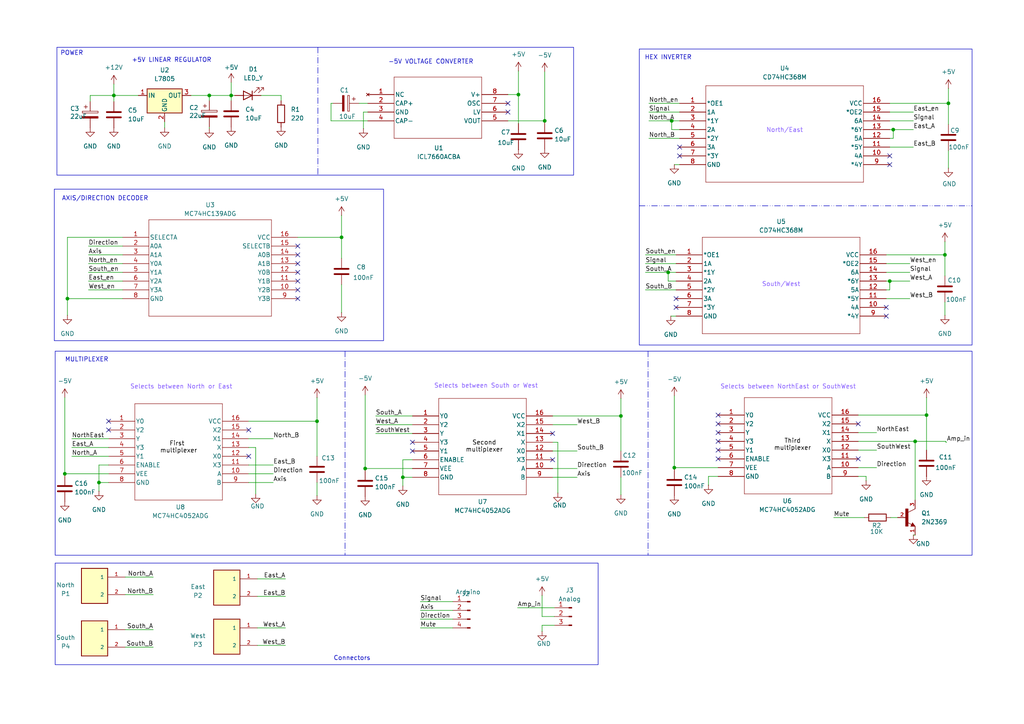
<source format=kicad_sch>
(kicad_sch (version 20231120) (generator "eeschema") (generator_version "8.0")
  (paper "A4")
  (title_block (title "2D Digital Board") (date "2024-10-18") (rev "V1.0") (company "University of Cape Town") (comment 1 "@Author Dylan Kuming"))
  (lib_symbols
    (symbol "0022272021:0022272021" (pin_names (offset 1.016))
      (property "Reference" "P" (at 0 5.086 0))
      (property "Value" "0022272021" (at 0 -7.624 0))
      (symbol "0022272021_0_0"
        (rectangle (start 0 -5.08) (end 7.62 5.08) (stroke (width 0.254)) (fill (type background)))
        (pin passive line (at -5.08 2.54 0) (length 5.08) (name "1") (number "1"))
        (pin passive line (at -5.08 -2.54 0) (length 5.08) (name "2") (number "2"))
      )
    )
    (symbol "2024-08-03_09-29-17:CD74HC368M" (pin_names (offset 0.254))
      (property "Reference" "U" (at 30.48 10.16 0))
      (property "Value" "CD74HC368M" (at 30.48 7.62 0))
      (symbol "CD74HC368M_0_1"
        (polyline (pts (xy 7.62 -22.86) (xy 53.34 -22.86)) (stroke (width 0.127)))
        (polyline (pts (xy 7.62 5.08) (xy 7.62 -22.86)) (stroke (width 0.127)))
        (polyline (pts (xy 53.34 -22.86) (xy 53.34 5.08)) (stroke (width 0.127)))
        (polyline (pts (xy 53.34 5.08) (xy 7.62 5.08)) (stroke (width 0.127)))
        (pin input line (at 0 0 0) (length 7.62) (name "*OE1") (number "1"))
        (pin input line (at 60.96 -15.24 180) (length 7.62) (name "4A") (number "10"))
        (pin output line (at 60.96 -12.7 180) (length 7.62) (name "*5Y") (number "11"))
        (pin input line (at 60.96 -10.16 180) (length 7.62) (name "5A") (number "12"))
        (pin output line (at 60.96 -7.62 180) (length 7.62) (name "*6Y") (number "13"))
        (pin input line (at 60.96 -5.08 180) (length 7.62) (name "6A") (number "14"))
        (pin input line (at 60.96 -2.54 180) (length 7.62) (name "*OE2") (number "15"))
        (pin power_in line (at 60.96 0 180) (length 7.62) (name "VCC") (number "16"))
        (pin input line (at 0 -2.54 0) (length 7.62) (name "1A") (number "2"))
        (pin output line (at 0 -5.08 0) (length 7.62) (name "*1Y") (number "3"))
        (pin input line (at 0 -7.62 0) (length 7.62) (name "2A") (number "4"))
        (pin output line (at 0 -10.16 0) (length 7.62) (name "*2Y") (number "5"))
        (pin input line (at 0 -12.7 0) (length 7.62) (name "3A") (number "6"))
        (pin output line (at 0 -15.24 0) (length 7.62) (name "*3Y") (number "7"))
        (pin power_in line (at 0 -17.78 0) (length 7.62) (name "GND") (number "8"))
        (pin output line (at 60.96 -17.78 180) (length 7.62) (name "*4Y") (number "9"))
      )
    )
    (symbol "2024-08-03_09-30-36:MC74HC4052ADG" (pin_names (offset 0.254))
      (property "Reference" "U" (at 20.32 10.16 0))
      (property "Value" "MC74HC4052ADG" (at 20.32 7.62 0))
      (symbol "MC74HC4052ADG_0_1"
        (polyline (pts (xy 7.62 -22.86) (xy 33.02 -22.86)) (stroke (width 0.127)))
        (polyline (pts (xy 7.62 5.08) (xy 7.62 -22.86)) (stroke (width 0.127)))
        (polyline (pts (xy 33.02 -22.86) (xy 33.02 5.08)) (stroke (width 0.127)))
        (polyline (pts (xy 33.02 5.08) (xy 7.62 5.08)) (stroke (width 0.127)))
        (pin output line (at 0 0 0) (length 7.62) (name "Y0") (number "1"))
        (pin input line (at 40.64 -15.24 180) (length 7.62) (name "A") (number "10"))
        (pin output line (at 40.64 -12.7 180) (length 7.62) (name "X3") (number "11"))
        (pin output line (at 40.64 -10.16 180) (length 7.62) (name "X0") (number "12"))
        (pin output line (at 40.64 -7.62 180) (length 7.62) (name "X") (number "13"))
        (pin output line (at 40.64 -5.08 180) (length 7.62) (name "X1") (number "14"))
        (pin output line (at 40.64 -2.54 180) (length 7.62) (name "X2") (number "15"))
        (pin power_in line (at 40.64 0 180) (length 7.62) (name "VCC") (number "16"))
        (pin output line (at 0 -2.54 0) (length 7.62) (name "Y2") (number "2"))
        (pin output line (at 0 -5.08 0) (length 7.62) (name "Y") (number "3"))
        (pin output line (at 0 -7.62 0) (length 7.62) (name "Y3") (number "4"))
        (pin output line (at 0 -10.16 0) (length 7.62) (name "Y1") (number "5"))
        (pin input line (at 0 -12.7 0) (length 7.62) (name "ENABLE") (number "6"))
        (pin power_in line (at 0 -15.24 0) (length 7.62) (name "VEE") (number "7"))
        (pin power_in line (at 0 -17.78 0) (length 7.62) (name "GND") (number "8"))
        (pin input line (at 40.64 -17.78 180) (length 7.62) (name "B") (number "9"))
      )
    )
    (symbol "2024-08-03_09-31-21:MC74HC139ADG" (pin_names (offset 0.254))
      (property "Reference" "U" (at 25.4 10.16 0))
      (property "Value" "MC74HC139ADG" (at 25.4 7.62 0))
      (symbol "MC74HC139ADG_0_1"
        (polyline (pts (xy 7.62 -22.86) (xy 43.18 -22.86)) (stroke (width 0.127)))
        (polyline (pts (xy 7.62 5.08) (xy 7.62 -22.86)) (stroke (width 0.127)))
        (polyline (pts (xy 43.18 -22.86) (xy 43.18 5.08)) (stroke (width 0.127)))
        (polyline (pts (xy 43.18 5.08) (xy 7.62 5.08)) (stroke (width 0.127)))
        (pin input line (at 0 0 0) (length 7.62) (name "SELECTA") (number "1"))
        (pin output line (at 50.8 -15.24 180) (length 7.62) (name "Y2B") (number "10"))
        (pin output line (at 50.8 -12.7 180) (length 7.62) (name "Y1B") (number "11"))
        (pin output line (at 50.8 -10.16 180) (length 7.62) (name "Y0B") (number "12"))
        (pin input line (at 50.8 -7.62 180) (length 7.62) (name "A1B") (number "13"))
        (pin input line (at 50.8 -5.08 180) (length 7.62) (name "A0B") (number "14"))
        (pin input line (at 50.8 -2.54 180) (length 7.62) (name "SELECTB") (number "15"))
        (pin power_in line (at 50.8 0 180) (length 7.62) (name "VCC") (number "16"))
        (pin input line (at 0 -2.54 0) (length 7.62) (name "A0A") (number "2"))
        (pin input line (at 0 -5.08 0) (length 7.62) (name "A1A") (number "3"))
        (pin output line (at 0 -7.62 0) (length 7.62) (name "Y0A") (number "4"))
        (pin output line (at 0 -10.16 0) (length 7.62) (name "Y1A") (number "5"))
        (pin output line (at 0 -12.7 0) (length 7.62) (name "Y2A") (number "6"))
        (pin output line (at 0 -15.24 0) (length 7.62) (name "Y3A") (number "7"))
        (pin power_in line (at 0 -17.78 0) (length 7.62) (name "GND") (number "8"))
        (pin output line (at 50.8 -17.78 180) (length 7.62) (name "Y3B") (number "9"))
      )
    )
    (symbol "2024-08-03_09-40-07:ICL7660ACBA" (pin_names (offset 0.254))
      (property "Reference" "U" (at 20.32 10.16 0))
      (property "Value" "ICL7660ACBA" (at 20.32 7.62 0))
      (symbol "ICL7660ACBA_0_1"
        (polyline (pts (xy 7.62 -12.7) (xy 33.02 -12.7)) (stroke (width 0.127)))
        (polyline (pts (xy 7.62 5.08) (xy 7.62 -12.7)) (stroke (width 0.127)))
        (polyline (pts (xy 33.02 -12.7) (xy 33.02 5.08)) (stroke (width 0.127)))
        (polyline (pts (xy 33.02 5.08) (xy 7.62 5.08)) (stroke (width 0.127)))
        (pin no_connect line (at 0 0 0) (length 7.62) (name "NC") (number "1"))
        (pin unspecified line (at 0 -2.54 0) (length 7.62) (name "CAP+") (number "2"))
        (pin power_in line (at 0 -5.08 0) (length 7.62) (name "GND") (number "3"))
        (pin unspecified line (at 0 -7.62 0) (length 7.62) (name "CAP-") (number "4"))
        (pin output line (at 40.64 -7.62 180) (length 7.62) (name "VOUT") (number "5"))
        (pin unspecified line (at 40.64 -5.08 180) (length 7.62) (name "LV") (number "6"))
        (pin unspecified line (at 40.64 -2.54 180) (length 7.62) (name "OSC") (number "7"))
        (pin power_in line (at 40.64 0 180) (length 7.62) (name "V+") (number "8"))
      )
    )
    (symbol "2N2369:2N2369" (pin_names (offset 1.016))
      (property "Reference" "Q" (at 2.54 0.508 0))
      (property "Value" "2N2369" (at 2.54 -0.508 0))
      (symbol "2N2369_0_0"
        (rectangle (start -0.254 -2.54) (end 0.508 2.54) (stroke (width 0.1)) (fill (type outline)))
        (polyline (pts (xy 1.27 -2.54) (xy 1.778 -1.524)) (stroke (width 0.1524)))
        (polyline (pts (xy 1.524 -2.413) (xy 2.286 -2.413)) (stroke (width 0.254)))
        (polyline (pts (xy 1.524 -2.286) (xy 1.905 -2.286)) (stroke (width 0.254)))
        (polyline (pts (xy 1.54 -2.04) (xy 0.308 -1.424)) (stroke (width 0.1524)))
        (polyline (pts (xy 1.778 -1.778) (xy 1.524 -2.286)) (stroke (width 0.254)))
        (polyline (pts (xy 1.778 -1.524) (xy 2.54 -2.54)) (stroke (width 0.1524)))
        (polyline (pts (xy 1.905 -2.286) (xy 1.778 -2.032)) (stroke (width 0.254)))
        (polyline (pts (xy 2.286 -2.413) (xy 1.778 -1.778)) (stroke (width 0.254)))
        (polyline (pts (xy 2.54 -2.54) (xy 1.27 -2.54)) (stroke (width 0.1524)))
        (polyline (pts (xy 2.54 2.54) (xy 0.508 1.524)) (stroke (width 0.1524)))
        (pin passive line (at 2.54 -5.08 90) (length 2.54) (name "~") (number "1"))
        (pin passive line (at -2.54 0 0) (length 2.54) (name "~") (number "2"))
        (pin passive line (at 2.54 5.08 270) (length 2.54) (name "~") (number "3"))
      )
    )
    (symbol "Connector:Conn_01x03_Pin" (pin_names (offset 1.016) hide)
      (property "Reference" "J" (at 0 5.08 0))
      (property "Value" "Conn_01x03_Pin" (at 0 -5.08 0))
      (symbol "Conn_01x03_Pin_1_1"
        (polyline (pts (xy 1.27 -2.54) (xy 0.8636 -2.54)) (stroke (width 0.1524)))
        (polyline (pts (xy 1.27 0) (xy 0.8636 0)) (stroke (width 0.1524)))
        (polyline (pts (xy 1.27 2.54) (xy 0.8636 2.54)) (stroke (width 0.1524)))
        (rectangle (start 0.8636 -2.413) (end 0 -2.667) (stroke (width 0.1524)) (fill (type outline)))
        (rectangle (start 0.8636 0.127) (end 0 -0.127) (stroke (width 0.1524)) (fill (type outline)))
        (rectangle (start 0.8636 2.667) (end 0 2.413) (stroke (width 0.1524)) (fill (type outline)))
        (pin passive line (at 5.08 2.54 180) (length 3.81) (name "Pin_1") (number "1"))
        (pin passive line (at 5.08 0 180) (length 3.81) (name "Pin_2") (number "2"))
        (pin passive line (at 5.08 -2.54 180) (length 3.81) (name "Pin_3") (number "3"))
      )
    )
    (symbol "Connector:Conn_01x04_Pin" (pin_names (offset 1.016) hide)
      (property "Reference" "J" (at 0 5.08 0))
      (property "Value" "Conn_01x04_Pin" (at 0 -7.62 0))
      (symbol "Conn_01x04_Pin_1_1"
        (polyline (pts (xy 1.27 -5.08) (xy 0.8636 -5.08)) (stroke (width 0.1524)))
        (polyline (pts (xy 1.27 -2.54) (xy 0.8636 -2.54)) (stroke (width 0.1524)))
        (polyline (pts (xy 1.27 0) (xy 0.8636 0)) (stroke (width 0.1524)))
        (polyline (pts (xy 1.27 2.54) (xy 0.8636 2.54)) (stroke (width 0.1524)))
        (rectangle (start 0.8636 -4.953) (end 0 -5.207) (stroke (width 0.1524)) (fill (type outline)))
        (rectangle (start 0.8636 -2.413) (end 0 -2.667) (stroke (width 0.1524)) (fill (type outline)))
        (rectangle (start 0.8636 0.127) (end 0 -0.127) (stroke (width 0.1524)) (fill (type outline)))
        (rectangle (start 0.8636 2.667) (end 0 2.413) (stroke (width 0.1524)) (fill (type outline)))
        (pin passive line (at 5.08 2.54 180) (length 3.81) (name "Pin_1") (number "1"))
        (pin passive line (at 5.08 0 180) (length 3.81) (name "Pin_2") (number "2"))
        (pin passive line (at 5.08 -2.54 180) (length 3.81) (name "Pin_3") (number "3"))
        (pin passive line (at 5.08 -5.08 180) (length 3.81) (name "Pin_4") (number "4"))
      )
    )
    (symbol "Device:C" (pin_numbers hide) (pin_names (offset 0.254))
      (property "Reference" "C" (at 0.635 2.54 0))
      (property "Value" "C" (at 0.635 -2.54 0))
      (symbol "C_0_1"
        (polyline (pts (xy -2.032 -0.762) (xy 2.032 -0.762)) (stroke (width 0.508)))
        (polyline (pts (xy -2.032 0.762) (xy 2.032 0.762)) (stroke (width 0.508)))
      )
      (symbol "C_1_1"
        (pin passive line (at 0 3.81 270) (length 2.794) (name "~") (number "1"))
        (pin passive line (at 0 -3.81 90) (length 2.794) (name "~") (number "2"))
      )
    )
    (symbol "Device:C_Polarized" (pin_numbers hide) (pin_names (offset 0.254))
      (property "Reference" "C" (at 0.635 2.54 0))
      (property "Value" "C_Polarized" (at 0.635 -2.54 0))
      (symbol "C_Polarized_0_1"
        (rectangle (start -2.286 0.508) (end 2.286 1.016))
        (polyline (pts (xy -1.778 2.286) (xy -0.762 2.286)))
        (polyline (pts (xy -1.27 2.794) (xy -1.27 1.778)))
        (rectangle (start 2.286 -0.508) (end -2.286 -1.016) (fill (type outline)))
      )
      (symbol "C_Polarized_1_1"
        (pin passive line (at 0 3.81 270) (length 2.794) (name "~") (number "1"))
        (pin passive line (at 0 -3.81 90) (length 2.794) (name "~") (number "2"))
      )
    )
    (symbol "Device:LED" (pin_numbers hide) (pin_names (offset 1.016) hide)
      (property "Reference" "D" (at 0 2.54 0))
      (property "Value" "LED" (at 0 -2.54 0))
      (symbol "LED_0_1"
        (polyline (pts (xy -1.27 -1.27) (xy -1.27 1.27)) (stroke (width 0.254)))
        (polyline (pts (xy -1.27 0) (xy 1.27 0)))
        (polyline (pts (xy 1.27 -1.27) (xy 1.27 1.27) (xy -1.27 0) (xy 1.27 -1.27)) (stroke (width 0.254)))
        (polyline (pts (xy -3.048 -0.762) (xy -4.572 -2.286) (xy -3.81 -2.286) (xy -4.572 -2.286) (xy -4.572 -1.524)))
        (polyline (pts (xy -1.778 -0.762) (xy -3.302 -2.286) (xy -2.54 -2.286) (xy -3.302 -2.286) (xy -3.302 -1.524)))
      )
      (symbol "LED_1_1"
        (pin passive line (at -3.81 0 0) (length 2.54) (name "K") (number "1"))
        (pin passive line (at 3.81 0 180) (length 2.54) (name "A") (number "2"))
      )
    )
    (symbol "Device:R" (pin_numbers hide) (pin_names (offset 0))
      (property "Reference" "R" (at 2.032 0 90))
      (property "Value" "R" (at 0 0 90))
      (symbol "R_0_1"
        (rectangle (start -1.016 -2.54) (end 1.016 2.54) (stroke (width 0.254)))
      )
      (symbol "R_1_1"
        (pin passive line (at 0 3.81 270) (length 1.27) (name "~") (number "1"))
        (pin passive line (at 0 -3.81 90) (length 1.27) (name "~") (number "2"))
      )
    )
    (symbol "Regulator_Linear:L7805" (pin_names (offset 0.254))
      (property "Reference" "U" (at -3.81 3.175 0))
      (property "Value" "L7805" (at 0 3.175 0))
      (symbol "L7805_0_1"
        (rectangle (start -5.08 1.905) (end 5.08 -5.08) (stroke (width 0.254)) (fill (type background)))
      )
      (symbol "L7805_1_1"
        (pin power_in line (at -7.62 0 0) (length 2.54) (name "IN") (number "1"))
        (pin power_in line (at 0 -7.62 90) (length 2.54) (name "GND") (number "2"))
        (pin power_out line (at 7.62 0 180) (length 2.54) (name "OUT") (number "3"))
      )
    )
    (symbol "power:+12V" (power) (pin_numbers hide) (pin_names (offset 0) hide)
      (property "Value" "+12V" (at 0 3.556 0))
      (symbol "+12V_0_1"
        (polyline (pts (xy -0.762 1.27) (xy 0 2.54)))
        (polyline (pts (xy 0 0) (xy 0 2.54)))
        (polyline (pts (xy 0 2.54) (xy 0.762 1.27)))
      )
      (symbol "+12V_1_1"
        (pin power_in line (at 0 0 90) (length 0) (name "~") (number "1"))
      )
    )
    (symbol "power:GND" (power) (pin_numbers hide) (pin_names (offset 0) hide)
      (property "Value" "GND" (at 0 -3.81 0))
      (symbol "GND_0_1"
        (polyline (pts (xy 0 0) (xy 0 -1.27) (xy 1.27 -1.27) (xy 0 -2.54) (xy -1.27 -1.27) (xy 0 -1.27)))
      )
      (symbol "GND_1_1"
        (pin power_in line (at 0 0 270) (length 0) (name "~") (number "1"))
      )
    )
    (symbol "power:VCC" (power) (pin_numbers hide) (pin_names (offset 0) hide)
      (property "Value" "VCC" (at 0 3.556 0))
      (symbol "VCC_0_1"
        (polyline (pts (xy -0.762 1.27) (xy 0 2.54)))
        (polyline (pts (xy 0 0) (xy 0 2.54)))
        (polyline (pts (xy 0 2.54) (xy 0.762 1.27)))
      )
      (symbol "VCC_1_1"
        (pin power_in line (at 0 0 90) (length 0) (name "~") (number "1"))
      )
    )
  )
  (junction (at 195.58 135.636))
  (junction (at 274.066 73.914))
  (junction (at 99.06 68.834))
  (junction (at 194.818 35.052))
  (junction (at 265.43 128.016))
  (junction (at 275.082 29.972))
  (junction (at 18.796 137.414))
  (junction (at 193.802 78.994))
  (junction (at 60.706 27.686))
  (junction (at 91.948 122.174))
  (junction (at 150.368 27.432))
  (junction (at 268.732 120.396))
  (junction (at 33.02 27.686))
  (junction (at 67.056 27.686))
  (junction (at 116.84 138.43))
  (junction (at 258.064 81.534))
  (junction (at 259.08 37.592))
  (junction (at 19.558 86.614))
  (junction (at 28.702 139.954))
  (junction (at 157.988 35.052))
  (junction (at 105.918 135.89))
  (junction (at 180.086 120.65))
  (no_connect (at 208.28 120.396))
  (no_connect (at 86.36 78.994))
  (no_connect (at 257.048 89.154))
  (no_connect (at 248.92 133.096))
  (no_connect (at 86.36 84.074))
  (no_connect (at 197.104 45.212))
  (no_connect (at 208.28 125.476))
  (no_connect (at 119.634 128.27))
  (no_connect (at 160.274 133.35))
  (no_connect (at 86.36 73.914))
  (no_connect (at 257.048 91.694))
  (no_connect (at 196.088 86.614))
  (no_connect (at 196.088 89.154))
  (no_connect (at 86.36 76.454))
  (no_connect (at 86.36 81.534))
  (no_connect (at 86.36 86.614))
  (no_connect (at 208.28 130.556))
  (no_connect (at 72.136 132.334))
  (no_connect (at 248.92 122.936))
  (no_connect (at 147.32 29.972))
  (no_connect (at 72.136 124.714))
  (no_connect (at 86.36 71.374))
  (no_connect (at 197.104 42.672))
  (no_connect (at 208.28 133.096))
  (no_connect (at 119.634 130.81))
  (no_connect (at 147.32 32.512))
  (no_connect (at 208.28 128.016))
  (no_connect (at 258.064 47.752))
  (no_connect (at 208.28 122.936))
  (no_connect (at 31.496 122.174))
  (no_connect (at 31.496 124.714))
  (no_connect (at 160.274 125.73))
  (no_connect (at 258.064 45.212))
  (wire (pts (xy 105.41 32.512) (xy 106.68 32.512)))
  (polyline (pts (xy 92.202 13.716) (xy 92.202 50.8)) (stroke (width 0) (type dash_dot)))
  (wire (pts (xy 265.43 128.016) (xy 265.43 145.034)))
  (wire (pts (xy 251.206 139.446) (xy 251.206 138.176)))
  (wire (pts (xy 20.828 132.334) (xy 31.496 132.334)))
  (wire (pts (xy 188.214 29.972) (xy 197.104 29.972)))
  (wire (pts (xy 25.654 73.914) (xy 35.56 73.914)))
  (wire (pts (xy 25.654 76.454) (xy 35.56 76.454)))
  (wire (pts (xy 72.136 134.874) (xy 79.248 134.874)))
  (wire (pts (xy 67.056 27.686) (xy 67.056 29.21)))
  (wire (pts (xy 105.41 37.338) (xy 105.41 32.512)))
  (wire (pts (xy 265.43 128.016) (xy 248.92 128.016)))
  (wire (pts (xy 160.274 120.65) (xy 180.086 120.65)))
  (wire (pts (xy 72.136 139.954) (xy 79.248 139.954)))
  (wire (pts (xy 96.012 29.972) (xy 96.012 35.052)))
  (wire (pts (xy 60.706 27.686) (xy 67.056 27.686)))
  (wire (pts (xy 258.064 35.052) (xy 264.922 35.052)))
  (wire (pts (xy 91.948 115.316) (xy 91.948 122.174)))
  (wire (pts (xy 33.02 27.686) (xy 33.02 29.464)))
  (wire (pts (xy 96.012 35.052) (xy 106.68 35.052)))
  (wire (pts (xy 116.84 133.35) (xy 119.634 133.35)))
  (wire (pts (xy 248.92 130.556) (xy 254.254 130.556)))
  (wire (pts (xy 268.732 120.396) (xy 268.732 130.556)))
  (wire (pts (xy 257.048 84.074) (xy 258.064 84.074)))
  (wire (pts (xy 161.798 128.27) (xy 160.274 128.27)))
  (wire (pts (xy 180.086 120.65) (xy 180.086 130.81)))
  (wire (pts (xy 81.534 27.686) (xy 81.534 29.21)))
  (wire (pts (xy 105.918 135.89) (xy 119.634 135.89)))
  (wire (pts (xy 108.966 125.73) (xy 119.634 125.73)))
  (wire (pts (xy 121.92 179.578) (xy 131.318 179.578)))
  (wire (pts (xy 20.828 127.254) (xy 31.496 127.254)))
  (wire (pts (xy 104.14 29.972) (xy 106.68 29.972)))
  (wire (pts (xy 194.818 37.592) (xy 194.818 35.052)))
  (wire (pts (xy 160.274 138.43) (xy 167.386 138.43)))
  (wire (pts (xy 19.558 86.614) (xy 19.558 91.44)))
  (wire (pts (xy 82.804 172.974) (xy 74.676 172.974)))
  (wire (pts (xy 28.702 139.954) (xy 31.496 139.954)))
  (wire (pts (xy 274.32 128.27) (xy 274.574 128.27)))
  (wire (pts (xy 20.828 129.794) (xy 31.496 129.794)))
  (wire (pts (xy 275.082 48.768) (xy 275.082 43.688)))
  (wire (pts (xy 74.168 129.794) (xy 72.136 129.794)))
  (wire (pts (xy 188.214 35.052) (xy 194.818 35.052)))
  (wire (pts (xy 18.796 137.414) (xy 18.796 137.922)))
  (wire (pts (xy 116.84 133.35) (xy 116.84 138.43)))
  (wire (pts (xy 31.496 134.874) (xy 28.702 134.874)))
  (wire (pts (xy 99.06 90.678) (xy 99.06 82.55)))
  (wire (pts (xy 195.58 135.636) (xy 195.58 136.144)))
  (wire (pts (xy 160.274 135.89) (xy 167.386 135.89)))
  (wire (pts (xy 160.274 130.81) (xy 167.386 130.81)))
  (wire (pts (xy 35.56 68.834) (xy 19.558 68.834)))
  (wire (pts (xy 150.368 27.432) (xy 147.32 27.432)))
  (wire (pts (xy 26.162 29.464) (xy 26.162 27.686)))
  (wire (pts (xy 274.066 91.44) (xy 274.066 87.63)))
  (wire (pts (xy 187.198 84.074) (xy 196.088 84.074)))
  (wire (pts (xy 19.558 86.614) (xy 35.56 86.614)))
  (wire (pts (xy 194.564 91.694) (xy 196.088 91.694)))
  (wire (pts (xy 248.92 125.476) (xy 254.254 125.476)))
  (wire (pts (xy 67.056 23.876) (xy 67.056 27.686)))
  (wire (pts (xy 275.082 25.654) (xy 275.082 29.972)))
  (wire (pts (xy 99.06 68.834) (xy 99.06 74.93)))
  (wire (pts (xy 82.804 187.198) (xy 74.676 187.198)))
  (wire (pts (xy 257.048 76.454) (xy 263.906 76.454)))
  (wire (pts (xy 258.064 81.534) (xy 263.906 81.534)))
  (wire (pts (xy 60.706 37.338) (xy 60.706 36.83)))
  (wire (pts (xy 180.086 115.57) (xy 180.086 120.65)))
  (wire (pts (xy 197.104 37.592) (xy 194.818 37.592)))
  (wire (pts (xy 18.796 137.414) (xy 31.496 137.414)))
  (wire (pts (xy 157.226 172.72) (xy 157.226 178.816)))
  (wire (pts (xy 55.372 27.686) (xy 60.706 27.686)))
  (wire (pts (xy 248.92 135.636) (xy 254.254 135.636)))
  (wire (pts (xy 259.08 40.132) (xy 259.08 37.592)))
  (wire (pts (xy 275.082 29.972) (xy 275.082 36.068)))
  (wire (pts (xy 33.02 27.686) (xy 40.132 27.686)))
  (wire (pts (xy 44.45 167.386) (xy 36.322 167.386)))
  (wire (pts (xy 193.802 78.994) (xy 196.088 78.994)))
  (wire (pts (xy 150.368 27.432) (xy 150.368 35.814)))
  (wire (pts (xy 82.804 167.894) (xy 74.676 167.894)))
  (wire (pts (xy 91.948 122.174) (xy 91.948 132.334)))
  (wire (pts (xy 116.84 138.43) (xy 119.634 138.43)))
  (wire (pts (xy 265.43 155.194) (xy 264.922 155.194)))
  (wire (pts (xy 150.368 20.574) (xy 150.368 27.432)))
  (polyline (pts (xy 185.42 59.69) (xy 281.94 59.69)) (stroke (width 0) (type dash_dot_dot)))
  (wire (pts (xy 44.45 182.626) (xy 36.322 182.626)))
  (wire (pts (xy 161.798 128.27) (xy 161.798 143.002)))
  (wire (pts (xy 26.162 27.686) (xy 33.02 27.686)))
  (wire (pts (xy 75.692 27.686) (xy 81.534 27.686)))
  (wire (pts (xy 28.702 139.954) (xy 28.702 142.494)))
  (wire (pts (xy 187.198 76.454) (xy 196.088 76.454)))
  (wire (pts (xy 205.486 138.176) (xy 208.28 138.176)))
  (wire (pts (xy 96.52 29.972) (xy 96.012 29.972)))
  (wire (pts (xy 188.214 40.132) (xy 197.104 40.132)))
  (wire (pts (xy 274.066 70.104) (xy 274.066 73.914)))
  (wire (pts (xy 47.752 35.306) (xy 47.752 37.084)))
  (wire (pts (xy 25.654 84.074) (xy 35.56 84.074)))
  (wire (pts (xy 187.198 73.914) (xy 196.088 73.914)))
  (wire (pts (xy 60.706 27.686) (xy 60.706 29.21)))
  (wire (pts (xy 258.064 32.512) (xy 264.922 32.512)))
  (wire (pts (xy 188.214 32.512) (xy 197.104 32.512)))
  (wire (pts (xy 25.654 78.994) (xy 35.56 78.994)))
  (wire (pts (xy 18.796 115.316) (xy 18.796 137.414)))
  (wire (pts (xy 72.136 137.414) (xy 79.248 137.414)))
  (wire (pts (xy 268.732 115.316) (xy 268.732 120.396)))
  (wire (pts (xy 196.088 81.534) (xy 193.802 81.534)))
  (wire (pts (xy 105.918 135.89) (xy 105.918 136.398)))
  (wire (pts (xy 241.808 150.114) (xy 250.698 150.114)))
  (wire (pts (xy 157.226 181.356) (xy 160.782 181.356)))
  (wire (pts (xy 121.92 177.038) (xy 131.318 177.038)))
  (wire (pts (xy 105.918 114.554) (xy 105.918 135.89)))
  (wire (pts (xy 44.45 172.466) (xy 36.322 172.466)))
  (wire (pts (xy 157.988 20.828) (xy 157.988 35.052)))
  (wire (pts (xy 160.274 123.19) (xy 167.386 123.19)))
  (wire (pts (xy 258.064 37.592) (xy 259.08 37.592)))
  (wire (pts (xy 257.048 78.994) (xy 263.906 78.994)))
  (wire (pts (xy 251.206 138.176) (xy 248.92 138.176)))
  (wire (pts (xy 257.048 81.534) (xy 258.064 81.534)))
  (wire (pts (xy 25.654 81.534) (xy 35.56 81.534)))
  (wire (pts (xy 74.168 143.256) (xy 74.168 129.794)))
  (wire (pts (xy 274.32 128.27) (xy 274.32 128.016)))
  (wire (pts (xy 72.136 127.254) (xy 79.248 127.254)))
  (wire (pts (xy 44.45 187.706) (xy 36.322 187.706)))
  (wire (pts (xy 187.198 78.994) (xy 193.802 78.994)))
  (wire (pts (xy 258.318 150.114) (xy 260.35 150.114)))
  (wire (pts (xy 274.066 73.914) (xy 274.066 80.01)))
  (wire (pts (xy 258.064 29.972) (xy 275.082 29.972)))
  (wire (pts (xy 121.92 182.118) (xy 131.318 182.118)))
  (wire (pts (xy 195.58 47.752) (xy 197.104 47.752)))
  (wire (pts (xy 91.948 143.764) (xy 91.948 139.954)))
  (wire (pts (xy 147.32 35.052) (xy 157.988 35.052)))
  (wire (pts (xy 86.36 68.834) (xy 99.06 68.834)))
  (wire (pts (xy 258.064 42.672) (xy 264.922 42.672)))
  (wire (pts (xy 257.048 73.914) (xy 274.066 73.914)))
  (polyline (pts (xy 187.96 101.854) (xy 187.96 161.036)) (stroke (width 0) (type dash_dot)))
  (wire (pts (xy 108.966 123.19) (xy 119.634 123.19)))
  (wire (pts (xy 248.92 120.396) (xy 268.732 120.396)))
  (wire (pts (xy 19.558 68.834) (xy 19.558 86.614)))
  (wire (pts (xy 157.226 183.134) (xy 157.226 181.356)))
  (wire (pts (xy 258.064 84.074) (xy 258.064 81.534)))
  (wire (pts (xy 258.064 40.132) (xy 259.08 40.132)))
  (wire (pts (xy 99.06 62.484) (xy 99.06 68.834)))
  (wire (pts (xy 180.086 138.43) (xy 180.086 143.51)))
  (wire (pts (xy 195.58 114.808) (xy 195.58 135.636)))
  (wire (pts (xy 67.056 27.686) (xy 68.072 27.686)))
  (wire (pts (xy 257.048 86.614) (xy 263.906 86.614)))
  (wire (pts (xy 72.136 122.174) (xy 91.948 122.174)))
  (polyline (pts (xy 100.076 101.854) (xy 100.076 161.036)) (stroke (width 0) (type dash_dot)))
  (wire (pts (xy 157.988 35.052) (xy 157.988 35.56)))
  (wire (pts (xy 259.08 37.592) (xy 264.922 37.592)))
  (wire (pts (xy 82.804 182.118) (xy 74.676 182.118)))
  (wire (pts (xy 194.818 35.052) (xy 197.104 35.052)))
  (wire (pts (xy 25.654 71.374) (xy 35.56 71.374)))
  (wire (pts (xy 205.486 138.176) (xy 205.486 140.716)))
  (wire (pts (xy 195.58 135.636) (xy 208.28 135.636)))
  (wire (pts (xy 28.702 134.874) (xy 28.702 139.954)))
  (wire (pts (xy 121.92 174.498) (xy 131.318 174.498)))
  (wire (pts (xy 274.32 128.016) (xy 265.43 128.016)))
  (wire (pts (xy 157.226 178.816) (xy 160.782 178.816)))
  (wire (pts (xy 108.966 120.65) (xy 119.634 120.65)))
  (wire (pts (xy 193.802 81.534) (xy 193.802 78.994)))
  (wire (pts (xy 116.84 138.43) (xy 116.84 140.97)))
  (wire (pts (xy 33.02 24.384) (xy 33.02 27.686)))
  (wire (pts (xy 150.114 176.276) (xy 160.782 176.276)))
  (rectangle (start 15.748 54.864) (end 111.252 98.806))
  (rectangle (start 16.51 13.716) (end 166.37 50.8))
  (rectangle (start 16.002 163.322) (end 173.482 192.786))
  (rectangle (start 16.002 101.854) (end 281.94 161.036))
  (rectangle (start 185.42 14.224) (end 281.94 100.076))
  (text "Selects between South or West\n" (at 140.97 112.014 0) (effects (font (size 1.27 1.27))))
  (text "POWER\n" (at 20.828 15.494 0) (effects (font (size 1.27 1.27))))
  (text "HEX INVERTER\n" (at 193.802 16.764 0) (effects (font (size 1.27 1.27))))
  (text "South/West\n" (at 226.568 82.55 0) (effects (font (size 1.27 1.27))))
  (text "Connectors\n\n" (at 102.108 192.024 0) (effects (font (size 1.27 1.27))))
  (text "North/East\n" (at 227.584 37.846 0) (effects (font (size 1.27 1.27))))
  (text "-5V VOLTAGE CONVERTER\n\n" (at 124.968 19.05 0) (effects (font (size 1.27 1.27))))
  (text "Third\nmultiplexer" (at 229.87 129.032 0) (effects (font (size 1.27 1.27))))
  (text "First \nmultiplexer" (at 51.816 129.794 0) (effects (font (size 1.27 1.27))))
  (text "+5V LINEAR REGULATOR\n" (at 49.784 17.526 0) (effects (font (size 1.27 1.27))))
  (text "Selects between NorthEast or SouthWest\n" (at 228.6 112.268 0) (effects (font (size 1.27 1.27))))
  (text "Second\nmultiplexer" (at 140.462 129.54 0) (effects (font (size 1.27 1.27))))
  (text "Selects between North or East" (at 52.578 112.268 0) (effects (font (size 1.27 1.27))))
  (text "AXIS/DIRECTION DECODER\n" (at 30.48 57.658 0) (effects (font (size 1.27 1.27))))
  (text "MULTIPLEXER\n" (at 25.146 104.394 0) (effects (font (size 1.27 1.27))))
  (label "Mute" (at 241.808 150.114 0))
  (label "Direction" (at 79.248 137.414 0))
  (label "Signal" (at 121.92 174.498 0))
  (label "Direction" (at 167.386 135.89 0))
  (label "Signal" (at 264.922 35.052 0))
  (label "Axis" (at 167.386 138.43 0))
  (label "South_A" (at 44.45 182.626 180))
  (label "North_A" (at 44.45 167.386 180))
  (label "East_en" (at 264.922 32.512 0))
  (label "Signal" (at 187.198 76.454 0))
  (label "Direction" (at 25.654 71.374 0))
  (label "Amp_in" (at 274.574 128.27 0))
  (label "North_A" (at 20.828 132.334 0))
  (label "Direction" (at 254.254 135.636 0))
  (label "NorthEast" (at 20.828 127.254 0))
  (label "East_en" (at 25.654 81.534 0))
  (label "South_A" (at 187.198 78.994 0))
  (label "North_en" (at 188.214 29.972 0))
  (label "North_A" (at 188.214 35.052 0))
  (label "South_B" (at 44.45 187.706 180))
  (label "Mute" (at 121.92 182.118 0))
  (label "West_B" (at 82.804 187.198 180))
  (label "Axis" (at 79.248 139.954 0))
  (label "South_en" (at 187.198 73.914 0))
  (label "West_A" (at 108.966 123.19 0))
  (label "South_B" (at 187.198 84.074 0))
  (label "SouthWest" (at 254.254 130.556 0))
  (label "West_B" (at 263.906 86.614 0))
  (label "East_A" (at 20.828 129.794 0))
  (label "South_A" (at 108.966 120.65 0))
  (label "South_B" (at 167.386 130.81 0))
  (label "North_B" (at 188.214 40.132 0))
  (label "Axis" (at 121.92 177.038 0))
  (label "East_B" (at 82.804 172.974 180))
  (label "East_A" (at 82.804 167.894 180))
  (label "SouthWest" (at 108.966 125.73 0))
  (label "South_en" (at 25.654 78.994 0))
  (label "Direction" (at 121.92 179.578 0))
  (label "Signal" (at 188.214 32.512 0))
  (label "North_en" (at 25.654 76.454 0))
  (label "Signal" (at 263.906 78.994 0))
  (label "NorthEast" (at 254.254 125.476 0))
  (label "Amp_in" (at 150.114 176.276 0))
  (label "East_B" (at 264.922 42.672 0))
  (label "East_B" (at 79.248 134.874 0))
  (label "North_B" (at 44.45 172.466 180))
  (label "North_B" (at 79.248 127.254 0))
  (label "West_A" (at 82.804 182.118 180))
  (label "West_en" (at 263.906 76.454 0))
  (label "East_A" (at 264.922 37.592 0))
  (label "Axis" (at 25.654 73.914 0))
  (label "West_B" (at 167.386 123.19 0))
  (label "West_en" (at 25.654 84.074 0))
  (label "West_A" (at 263.906 81.534 0))
  (symbol (lib_id "power:+12V") (at 33.02 24.384 0) (unit 1)
    (property "Reference" "#PWR04" (effects (hide yes)))
    (property "Value" "+12V" (at 33.02 19.558 0))
    (property "Description" "Power symbol creates a global label with name \"+12V\"" (effects (hide yes)))
  )
  (symbol (lib_id "Device:C") (at 268.732 134.366 0) (unit 1)
    (property "Reference" "C11" (at 272.288 132.588 0) (effects (justify left)))
    (property "Value" "100nF" (at 271.272 135.636 0) (effects (justify left)))
    (property "Footprint" "Capacitor_SMD:C_0805_2012Metric" (effects (hide yes)))
    (property "Description" "Unpolarized capacitor" (effects (hide yes)))
  )
  (symbol (lib_id "Device:C") (at 105.918 140.208 0) (unit 1)
    (property "Reference" "C15" (at 108.712 138.684 0) (effects (justify left)))
    (property "Value" "100nF" (at 108.712 141.224 0) (effects (justify left)))
    (property "Footprint" "Capacitor_SMD:C_0805_2012Metric" (effects (hide yes)))
    (property "Description" "Unpolarized capacitor" (effects (hide yes)))
  )
  (symbol (lib_id "power:VCC") (at 18.796 115.316 0) (unit 1)
    (property "Reference" "#PWR027" (effects (hide yes)))
    (property "Value" "-5V" (at 18.796 110.49 0))
    (property "Description" "Power symbol creates a global label with name \"VCC\"" (effects (hide yes)))
  )
  (symbol (lib_id "power:GND") (at 18.796 145.542 0) (unit 1)
    (property "Reference" "#PWR042" (effects (hide yes)))
    (property "Value" "GND" (at 18.796 150.876 0))
    (property "Description" "Power symbol creates a global label with name \"GND\" , ground" (effects (hide yes)))
  )
  (symbol (lib_id "Device:C_Polarized") (at 100.33 29.972 270) (unit 1)
    (property "Reference" "C1" (at 98.552 26.162 90) (effects (justify left)))
    (property "Value" "10uF" (at 98.298 33.782 90) (effects (justify left)))
    (property "Footprint" "Capacitor_THT:CP_Radial_Tantal_D4.5mm_P2.50mm" (effects (hide yes)))
    (property "Description" "Polarized capacitor" (effects (hide yes)))
  )
  (symbol (lib_id "0022272021:0022272021") (at 69.596 170.434 0) (mirror y) (unit 1)
    (property "Reference" "P2" (at 57.404 172.72 0))
    (property "Value" "East" (at 57.404 170.18 0))
    (property "Footprint" "Connector_Molex:Molex_KK-254_AE-6410-02A_1x02_P2.54mm_Vertical" (effects (hide yes)))
    (property "MF" "Molex" (effects (hide yes)))
    (property "Description_1" "\nConnector Header Through Hole 2 position 0.100 (2.54mm)\n" (effects (hide yes)))
    (property "Package" "None" (effects (hide yes)))
    (property "Price" "None" (effects (hide yes)))
    (property "Check_prices" "https://www.snapeda.com/parts/0022272021/Molex/view-part/?ref=eda" (effects (hide yes)))
    (property "SnapEDA_Link" "https://www.snapeda.com/parts/0022272021/Molex/view-part/?ref=snap" (effects (hide yes)))
    (property "MP" "0022272021" (effects (hide yes)))
    (property "Purchase-URL" "https://www.snapeda.com/api/url_track_click_mouser/?unipart_id=424357&manufacturer=Molex&part_name=0022272021&search_term=None" (effects (hide yes)))
    (property "Availability" "In Stock" (effects (hide yes)))
    (property "MANUFACTURER" "Molex" (effects (hide yes)))
  )
  (symbol (lib_id "power:GND") (at 205.486 140.716 0) (unit 1)
    (property "Reference" "#PWR033" (effects (hide yes)))
    (property "Value" "GND" (at 205.486 146.05 0))
    (property "Description" "Power symbol creates a global label with name \"GND\" , ground" (effects (hide yes)))
  )
  (symbol (lib_id "power:VCC") (at 67.056 23.876 0) (unit 1)
    (property "Reference" "#PWR03" (effects (hide yes)))
    (property "Value" "+5V" (at 67.056 19.558 0))
    (property "Description" "Power symbol creates a global label with name \"VCC\"" (effects (hide yes)))
  )
  (symbol (lib_id "2024-08-03_09-29-17:CD74HC368M") (at 197.104 29.972 0) (unit 1)
    (property "Reference" "U4" (at 227.584 19.812 0))
    (property "Value" "CD74HC368M" (at 227.584 22.352 0))
    (property "Footprint" "74HC139:SOT38-4_NXP" (effects (hide yes)))
    (property "Datasheet" "CD74HC368M" (effects (hide yes)))
  )
  (symbol (lib_id "power:VCC") (at 105.918 114.554 0) (unit 1)
    (property "Reference" "#PWR025" (effects (hide yes)))
    (property "Value" "-5V" (at 105.918 109.728 0))
    (property "Description" "Power symbol creates a global label with name \"VCC\"" (effects (hide yes)))
  )
  (symbol (lib_id "power:VCC") (at 157.988 20.828 0) (unit 1)
    (property "Reference" "#PWR02" (effects (hide yes)))
    (property "Value" "-5V" (at 157.988 16.002 0))
    (property "Description" "Power symbol creates a global label with name \"VCC\"" (effects (hide yes)))
  )
  (symbol (lib_id "2024-08-03_09-31-21:MC74HC139ADG") (at 35.56 68.834 0) (unit 1)
    (property "Reference" "U3" (at 60.96 59.436 0))
    (property "Value" "MC74HC139ADG" (at 60.96 61.976 0))
    (property "Footprint" "74HC139:SOT38-4_NXP" (effects (hide yes)))
    (property "Datasheet" "MC74HC139ADG" (effects (hide yes)))
  )
  (symbol (lib_id "Device:C_Polarized") (at 60.706 33.02 0) (unit 1)
    (property "Reference" "C2" (at 54.864 31.242 0) (effects (justify left)))
    (property "Value" "22uF" (at 54.864 33.528 0) (effects (justify left)))
    (property "Footprint" "Capacitor_THT:CP_Radial_Tantal_D10.5mm_P5.00mm" (effects (hide yes)))
    (property "Description" "Polarized capacitor" (effects (hide yes)))
  )
  (symbol (lib_id "Device:C") (at 91.948 136.144 0) (unit 1)
    (property "Reference" "C13" (at 93.218 132.842 0) (effects (justify left)))
    (property "Value" "100nF" (at 92.456 139.446 0) (effects (justify left)))
    (property "Footprint" "Capacitor_SMD:C_0805_2012Metric" (effects (hide yes)))
    (property "Description" "Unpolarized capacitor" (effects (hide yes)))
  )
  (symbol (lib_id "power:GND") (at 264.922 155.194 0) (unit 1)
    (property "Reference" "#PWR043" (effects (hide yes)))
    (property "Value" "GND" (at 267.716 157.734 0))
    (property "Description" "Power symbol creates a global label with name \"GND\" , ground" (effects (hide yes)))
  )
  (symbol (lib_id "power:GND") (at 19.558 91.44 0) (unit 1)
    (property "Reference" "#PWR018" (effects (hide yes)))
    (property "Value" "GND" (at 19.558 96.774 0))
    (property "Description" "Power symbol creates a global label with name \"GND\" , ground" (effects (hide yes)))
  )
  (symbol (lib_id "Device:C") (at 180.086 134.62 0) (unit 1)
    (property "Reference" "C12" (at 180.594 132.08 0) (effects (justify left)))
    (property "Value" "100nF" (at 180.34 137.16 0) (effects (justify left)))
    (property "Footprint" "Capacitor_SMD:C_0805_2012Metric" (effects (hide yes)))
    (property "Description" "Unpolarized capacitor" (effects (hide yes)))
  )
  (symbol (lib_id "Device:C_Polarized") (at 26.162 33.274 0) (unit 1)
    (property "Reference" "C3" (at 20.32 31.496 0) (effects (justify left)))
    (property "Value" "22uF" (at 20.32 33.782 0) (effects (justify left)))
    (property "Footprint" "Capacitor_THT:CP_Radial_Tantal_D10.5mm_P5.00mm" (effects (hide yes)))
    (property "Description" "Polarized capacitor" (effects (hide yes)))
  )
  (symbol (lib_id "power:VCC") (at 157.226 172.72 0) (unit 1)
    (property "Reference" "#PWR044" (effects (hide yes)))
    (property "Value" "+5V" (at 157.226 167.894 0))
    (property "Description" "Power symbol creates a global label with name \"VCC\"" (effects (hide yes)))
  )
  (symbol (lib_id "power:VCC") (at 180.086 115.57 0) (unit 1)
    (property "Reference" "#PWR030" (effects (hide yes)))
    (property "Value" "+5V" (at 180.086 110.744 0))
    (property "Description" "Power symbol creates a global label with name \"VCC\"" (effects (hide yes)))
  )
  (symbol (lib_id "power:GND") (at 157.988 43.18 0) (unit 1)
    (property "Reference" "#PWR014" (effects (hide yes)))
    (property "Value" "GND" (at 157.988 48.514 0))
    (property "Description" "Power symbol creates a global label with name \"GND\" , ground" (effects (hide yes)))
  )
  (symbol (lib_id "2024-08-03_09-30-36:MC74HC4052ADG") (at 119.634 120.65 0) (unit 1)
    (property "Reference" "U7" (at 139.954 145.542 0))
    (property "Value" "MC74HC4052ADG" (at 139.954 148.082 0))
    (property "Footprint" "74HC139:SOT38-4_NXP" (effects (hide yes)))
    (property "Datasheet" "MC74HC4052ADG" (effects (hide yes)))
  )
  (symbol (lib_id "power:GND") (at 251.206 139.446 0) (unit 1)
    (property "Reference" "#PWR032" (effects (hide yes)))
    (property "Value" "GND" (at 251.206 144.78 0))
    (property "Description" "Power symbol creates a global label with name \"GND\" , ground" (effects (hide yes)))
  )
  (symbol (lib_id "power:GND") (at 195.58 143.764 0) (unit 1)
    (property "Reference" "#PWR040" (effects (hide yes)))
    (property "Value" "GND" (at 195.58 149.098 0))
    (property "Description" "Power symbol creates a global label with name \"GND\" , ground" (effects (hide yes)))
  )
  (symbol (lib_id "Device:C") (at 18.796 141.732 0) (unit 1)
    (property "Reference" "C16" (at 21.59 140.208 0) (effects (justify left)))
    (property "Value" "100nF" (at 21.59 142.748 0) (effects (justify left)))
    (property "Footprint" "Capacitor_SMD:C_0805_2012Metric" (effects (hide yes)))
    (property "Description" "Unpolarized capacitor" (effects (hide yes)))
  )
  (symbol (lib_id "2024-08-03_09-30-36:MC74HC4052ADG") (at 208.28 120.396 0) (unit 1)
    (property "Reference" "U6" (at 228.346 145.288 0))
    (property "Value" "MC74HC4052ADG" (at 228.346 147.828 0))
    (property "Footprint" "74HC139:SOT38-4_NXP" (effects (hide yes)))
    (property "Datasheet" "MC74HC4052ADG" (effects (hide yes)))
  )
  (symbol (lib_id "power:GND") (at 74.168 143.256 0) (unit 1)
    (property "Reference" "#PWR037" (effects (hide yes)))
    (property "Value" "GND" (at 74.676 146.812 0))
    (property "Description" "Power symbol creates a global label with name \"GND\" , ground" (effects (hide yes)))
  )
  (symbol (lib_id "power:GND") (at 275.082 48.768 0) (unit 1)
    (property "Reference" "#PWR021" (effects (hide yes)))
    (property "Value" "GND" (at 275.336 53.34 0))
    (property "Description" "Power symbol creates a global label with name \"GND\" , ground" (effects (hide yes)))
  )
  (symbol (lib_id "power:VCC") (at 195.58 114.808 0) (unit 1)
    (property "Reference" "#PWR026" (effects (hide yes)))
    (property "Value" "-5V" (at 195.58 109.982 0))
    (property "Description" "Power symbol creates a global label with name \"VCC\"" (effects (hide yes)))
  )
  (symbol (lib_id "Device:R") (at 254.508 150.114 90) (unit 1)
    (property "Reference" "R2" (at 254.254 152.4 90))
    (property "Value" "10K" (at 254.254 154.178 90))
    (property "Footprint" "Resistor_SMD:R_0805_2012Metric" (effects (hide yes)))
    (property "Description" "Resistor" (effects (hide yes)))
  )
  (symbol (lib_id "power:GND") (at 161.798 143.002 0) (unit 1)
    (property "Reference" "#PWR036" (effects (hide yes)))
    (property "Value" "GND" (at 162.306 146.558 0))
    (property "Description" "Power symbol creates a global label with name \"GND\" , ground" (effects (hide yes)))
  )
  (symbol (lib_id "power:GND") (at 91.948 143.764 0) (unit 1)
    (property "Reference" "#PWR039" (effects (hide yes)))
    (property "Value" "GND" (at 91.948 149.098 0))
    (property "Description" "Power symbol creates a global label with name \"GND\" , ground" (effects (hide yes)))
  )
  (symbol (lib_id "power:GND") (at 67.056 36.83 0) (unit 1)
    (property "Reference" "#PWR08" (effects (hide yes)))
    (property "Value" "GND" (at 67.056 42.164 0))
    (property "Description" "Power symbol creates a global label with name \"GND\" , ground" (effects (hide yes)))
  )
  (symbol (lib_id "power:GND") (at 194.564 91.694 0) (unit 1)
    (property "Reference" "#PWR024" (effects (hide yes)))
    (property "Value" "GND" (at 194.564 97.028 0))
    (property "Description" "Power symbol creates a global label with name \"GND\" , ground" (effects (hide yes)))
  )
  (symbol (lib_id "power:GND") (at 26.162 37.084 0) (unit 1)
    (property "Reference" "#PWR010" (effects (hide yes)))
    (property "Value" "GND" (at 26.162 42.418 0))
    (property "Description" "Power symbol creates a global label with name \"GND\" , ground" (effects (hide yes)))
  )
  (symbol (lib_id "power:GND") (at 180.086 143.51 0) (unit 1)
    (property "Reference" "#PWR038" (effects (hide yes)))
    (property "Value" "GND" (at 180.086 148.844 0))
    (property "Description" "Power symbol creates a global label with name \"GND\" , ground" (effects (hide yes)))
  )
  (symbol (lib_id "power:GND") (at 60.706 37.338 0) (unit 1)
    (property "Reference" "#PWR07" (effects (hide yes)))
    (property "Value" "GND" (at 60.706 42.672 0))
    (property "Description" "Power symbol creates a global label with name \"GND\" , ground" (effects (hide yes)))
  )
  (symbol (lib_id "power:GND") (at 47.752 37.084 0) (unit 1)
    (property "Reference" "#PWR012" (effects (hide yes)))
    (property "Value" "GND" (at 47.752 42.418 0))
    (property "Description" "Power symbol creates a global label with name \"GND\" , ground" (effects (hide yes)))
  )
  (symbol (lib_id "0022272021:0022272021") (at 31.242 169.926 0) (mirror y) (unit 1)
    (property "Reference" "P1" (at 19.05 172.212 0))
    (property "Value" "North" (at 19.05 169.672 0))
    (property "Footprint" "Connector_Molex:Molex_KK-254_AE-6410-02A_1x02_P2.54mm_Vertical" (effects (hide yes)))
    (property "MF" "Molex" (effects (hide yes)))
    (property "Description_1" "\nConnector Header Through Hole 2 position 0.100 (2.54mm)\n" (effects (hide yes)))
    (property "Package" "None" (effects (hide yes)))
    (property "Price" "None" (effects (hide yes)))
    (property "Check_prices" "https://www.snapeda.com/parts/0022272021/Molex/view-part/?ref=eda" (effects (hide yes)))
    (property "SnapEDA_Link" "https://www.snapeda.com/parts/0022272021/Molex/view-part/?ref=snap" (effects (hide yes)))
    (property "MP" "0022272021" (effects (hide yes)))
    (property "Purchase-URL" "https://www.snapeda.com/api/url_track_click_mouser/?unipart_id=424357&manufacturer=Molex&part_name=0022272021&search_term=None" (effects (hide yes)))
    (property "Availability" "In Stock" (effects (hide yes)))
    (property "MANUFACTURER" "Molex" (effects (hide yes)))
  )
  (symbol (lib_id "2024-08-03_09-30-36:MC74HC4052ADG") (at 31.496 122.174 0) (unit 1)
    (property "Reference" "U8" (at 52.324 147.066 0))
    (property "Value" "MC74HC4052ADG" (at 52.324 149.606 0))
    (property "Footprint" "74HC139:SOT38-4_NXP" (effects (hide yes)))
    (property "Datasheet" "MC74HC4052ADG" (effects (hide yes)))
  )
  (symbol (lib_id "Regulator_Linear:L7805") (at 47.752 27.686 0) (unit 1)
    (property "Reference" "U2" (at 47.752 20.32 0))
    (property "Value" "L7805" (at 47.752 22.86 0))
    (property "Footprint" "L7805CV:TO255P1040X460X1968-3" (effects (hide yes)))
    (property "Datasheet" "http://www.st.com/content/ccc/resource/technical/document/datasheet/41/4f/b3/b0/12/d4/47/88/CD00000444.pdf/files/CD00000444.pdf/jcr:content/translations/en.CD00000444.pdf" (effects (hide yes)))
    (property "Description" "Positive 1.5A 35V Linear Regulator, Fixed Output 5V, TO-220/TO-263/TO-252" (effects (hide yes)))
  )
  (symbol (lib_id "0022272021:0022272021") (at 69.596 184.658 0) (mirror y) (unit 1)
    (property "Reference" "P3" (at 57.404 186.944 0))
    (property "Value" "West" (at 57.404 184.404 0))
    (property "Footprint" "Connector_Molex:Molex_KK-254_AE-6410-02A_1x02_P2.54mm_Vertical" (effects (hide yes)))
    (property "MF" "Molex" (effects (hide yes)))
    (property "Description_1" "\nConnector Header Through Hole 2 position 0.100 (2.54mm)\n" (effects (hide yes)))
    (property "Package" "None" (effects (hide yes)))
    (property "Price" "None" (effects (hide yes)))
    (property "Check_prices" "https://www.snapeda.com/parts/0022272021/Molex/view-part/?ref=eda" (effects (hide yes)))
    (property "SnapEDA_Link" "https://www.snapeda.com/parts/0022272021/Molex/view-part/?ref=snap" (effects (hide yes)))
    (property "MP" "0022272021" (effects (hide yes)))
    (property "Purchase-URL" "https://www.snapeda.com/api/url_track_click_mouser/?unipart_id=424357&manufacturer=Molex&part_name=0022272021&search_term=None" (effects (hide yes)))
    (property "Availability" "In Stock" (effects (hide yes)))
    (property "MANUFACTURER" "Molex" (effects (hide yes)))
  )
  (symbol (lib_id "Device:C") (at 33.02 33.274 0) (unit 1)
    (property "Reference" "C5" (at 37.084 32.0039 0) (effects (justify left)))
    (property "Value" "10uF" (at 37.084 34.5439 0) (effects (justify left)))
    (property "Footprint" "Capacitor_SMD:C_0805_2012Metric" (effects (hide yes)))
    (property "Description" "Unpolarized capacitor" (effects (hide yes)))
  )
  (symbol (lib_id "Device:C") (at 67.056 33.02 0) (unit 1)
    (property "Reference" "C4" (at 71.12 31.7499 0) (effects (justify left)))
    (property "Value" "10uF" (at 71.12 34.2899 0) (effects (justify left)))
    (property "Footprint" "Capacitor_SMD:C_0805_2012Metric" (effects (hide yes)))
    (property "Description" "Unpolarized capacitor" (effects (hide yes)))
  )
  (symbol (lib_id "Connector:Conn_01x04_Pin") (at 136.398 177.038 0) (mirror y) (unit 1)
    (property "Reference" "J2" (at 135.128 172.212 0))
    (property "Value" "Arduino" (at 135.763 171.704 0))
    (property "Footprint" "Connector_PinHeader_2.54mm:PinHeader_1x04_P2.54mm_Vertical" (effects (hide yes)))
    (property "Description" "Generic connector, single row, 01x04, script generated" (effects (hide yes)))
  )
  (symbol (lib_id "power:VCC") (at 150.368 20.574 0) (unit 1)
    (property "Reference" "#PWR01" (effects (hide yes)))
    (property "Value" "+5V" (at 150.368 15.748 0))
    (property "Description" "Power symbol creates a global label with name \"VCC\"" (effects (hide yes)))
  )
  (symbol (lib_id "power:GND") (at 150.368 43.434 0) (unit 1)
    (property "Reference" "#PWR015" (effects (hide yes)))
    (property "Value" "GND" (at 150.368 48.768 0))
    (property "Description" "Power symbol creates a global label with name \"GND\" , ground" (effects (hide yes)))
  )
  (symbol (lib_id "Device:LED") (at 71.882 27.686 180) (unit 1)
    (property "Reference" "D1" (at 73.4695 20.066 0))
    (property "Value" "LED_Y" (at 73.4695 22.606 0))
    (property "Footprint" "LED_SMD:LED_0603_1608Metric" (effects (hide yes)))
    (property "Datasheet" "https://wmsc.lcsc.com/wmsc/upload/file/pdf/v2/lcsc/2306200923_Wurth-Elektronik-150060VS75000_C6848499.pdf" (effects (hide yes)))
    (property "Description" "Light emitting diode" (effects (hide yes)))
  )
  (symbol (lib_id "power:GND") (at 105.41 37.338 0) (unit 1)
    (property "Reference" "#PWR013" (effects (hide yes)))
    (property "Value" "GND" (at 105.41 42.672 0))
    (property "Description" "Power symbol creates a global label with name \"GND\" , ground" (effects (hide yes)))
  )
  (symbol (lib_id "2N2369:2N2369") (at 262.89 150.114 0) (unit 1)
    (property "Reference" "Q1" (at 267.208 148.8439 0) (effects (justify left)))
    (property "Value" "2N2369" (at 267.208 151.3839 0) (effects (justify left)))
    (property "Footprint" "2N2369:TO18" (effects (hide yes)))
    (property "SnapEDA_Link" "https://www.snapeda.com/parts/2N2369/Onsemi/view-part/?ref=snap" (effects (hide yes)))
    (property "Description_1" "\n; Transistor Polarity:NPN; Collector Emitter Voltage, V(br)ceo:15V; Continuous Collector Current, Ic:0.2A; Collector Emitter Saturation Voltage, Vce(sat):0.25V; Power Dissipation, Pd:360W; DC Current Gain Min (hfe):40 ;RoHS Compliant: Yes\n" (effects (hide yes)))
    (property "MF" "ON Semiconductor" (effects (hide yes)))
    (property "Package" "TO-18 Motorola" (effects (hide yes)))
    (property "Check_prices" "https://www.snapeda.com/parts/2N2369/Onsemi/view-part/?ref=eda" (effects (hide yes)))
    (property "MP" "2N2369" (effects (hide yes)))
  )
  (symbol (lib_id "Device:C") (at 195.58 139.954 0) (unit 1)
    (property "Reference" "C14" (at 198.374 138.43 0) (effects (justify left)))
    (property "Value" "100nF" (at 198.374 140.97 0) (effects (justify left)))
    (property "Footprint" "Capacitor_SMD:C_0805_2012Metric" (effects (hide yes)))
    (property "Description" "Unpolarized capacitor" (effects (hide yes)))
  )
  (symbol (lib_id "power:VCC") (at 275.082 25.654 0) (unit 1)
    (property "Reference" "#PWR019" (effects (hide yes)))
    (property "Value" "+5V" (at 275.082 20.828 0))
    (property "Description" "Power symbol creates a global label with name \"VCC\"" (effects (hide yes)))
  )
  (symbol (lib_id "power:GND") (at 28.702 142.494 0) (unit 1)
    (property "Reference" "#PWR035" (effects (hide yes)))
    (property "Value" "GND" (at 28.702 147.828 0))
    (property "Description" "Power symbol creates a global label with name \"GND\" , ground" (effects (hide yes)))
  )
  (symbol (lib_id "power:GND") (at 105.918 144.018 0) (unit 1)
    (property "Reference" "#PWR041" (effects (hide yes)))
    (property "Value" "GND" (at 105.918 149.352 0))
    (property "Description" "Power symbol creates a global label with name \"GND\" , ground" (effects (hide yes)))
  )
  (symbol (lib_id "power:VCC") (at 274.066 70.104 0) (unit 1)
    (property "Reference" "#PWR022" (effects (hide yes)))
    (property "Value" "+5V" (at 274.066 65.278 0))
    (property "Description" "Power symbol creates a global label with name \"VCC\"" (effects (hide yes)))
  )
  (symbol (lib_id "Device:C") (at 99.06 78.74 0) (unit 1)
    (property "Reference" "C8" (at 103.378 77.47 0) (effects (justify left)))
    (property "Value" "100nF" (at 102.362 80.518 0) (effects (justify left)))
    (property "Footprint" "Capacitor_SMD:C_0805_2012Metric" (effects (hide yes)))
    (property "Description" "Unpolarized capacitor" (effects (hide yes)))
  )
  (symbol (lib_id "Device:C") (at 274.066 83.82 0) (unit 1)
    (property "Reference" "C10" (at 274.828 81.28 0) (effects (justify left)))
    (property "Value" "100nF" (at 274.32 86.868 0) (effects (justify left)))
    (property "Footprint" "Capacitor_SMD:C_0805_2012Metric" (effects (hide yes)))
    (property "Description" "Unpolarized capacitor" (effects (hide yes)))
  )
  (symbol (lib_id "Device:C") (at 157.988 39.37 0) (unit 1)
    (property "Reference" "C6" (at 160.782 37.846 0) (effects (justify left)))
    (property "Value" "10uF" (at 160.782 40.386 0) (effects (justify left)))
    (property "Footprint" "Capacitor_SMD:C_0805_2012Metric" (effects (hide yes)))
    (property "Description" "Unpolarized capacitor" (effects (hide yes)))
  )
  (symbol (lib_id "power:GND") (at 99.06 90.678 0) (unit 1)
    (property "Reference" "#PWR017" (effects (hide yes)))
    (property "Value" "GND" (at 99.06 96.012 0))
    (property "Description" "Power symbol creates a global label with name \"GND\" , ground" (effects (hide yes)))
  )
  (symbol (lib_id "power:GND") (at 157.226 183.134 0) (unit 1)
    (property "Reference" "#PWR045" (effects (hide yes)))
    (property "Value" "GND" (at 157.734 186.69 0))
    (property "Description" "Power symbol creates a global label with name \"GND\" , ground" (effects (hide yes)))
  )
  (symbol (lib_id "0022272021:0022272021") (at 31.242 185.166 0) (mirror y) (unit 1)
    (property "Reference" "P4" (at 19.05 187.452 0))
    (property "Value" "South" (at 19.05 184.912 0))
    (property "Footprint" "Connector_Molex:Molex_KK-254_AE-6410-02A_1x02_P2.54mm_Vertical" (effects (hide yes)))
    (property "MF" "Molex" (effects (hide yes)))
    (property "Description_1" "\nConnector Header Through Hole 2 position 0.100 (2.54mm)\n" (effects (hide yes)))
    (property "Package" "None" (effects (hide yes)))
    (property "Price" "None" (effects (hide yes)))
    (property "Check_prices" "https://www.snapeda.com/parts/0022272021/Molex/view-part/?ref=eda" (effects (hide yes)))
    (property "SnapEDA_Link" "https://www.snapeda.com/parts/0022272021/Molex/view-part/?ref=snap" (effects (hide yes)))
    (property "MP" "0022272021" (effects (hide yes)))
    (property "Purchase-URL" "https://www.snapeda.com/api/url_track_click_mouser/?unipart_id=424357&manufacturer=Molex&part_name=0022272021&search_term=None" (effects (hide yes)))
    (property "Availability" "In Stock" (effects (hide yes)))
    (property "MANUFACTURER" "Molex" (effects (hide yes)))
  )
  (symbol (lib_id "Device:C") (at 150.368 39.624 0) (unit 1)
    (property "Reference" "C7" (at 145.288 38.354 0) (effects (justify left)))
    (property "Value" "10uF" (at 144.272 41.402 0) (effects (justify left)))
    (property "Footprint" "Capacitor_SMD:C_0805_2012Metric" (effects (hide yes)))
    (property "Description" "Unpolarized capacitor" (effects (hide yes)))
  )
  (symbol (lib_id "power:GND") (at 268.732 138.176 0) (unit 1)
    (property "Reference" "#PWR031" (effects (hide yes)))
    (property "Value" "GND" (at 268.732 143.51 0))
    (property "Description" "Power symbol creates a global label with name \"GND\" , ground" (effects (hide yes)))
  )
  (symbol (lib_id "Device:R") (at 81.534 33.02 0) (unit 1)
    (property "Reference" "R1" (at 84.328 31.7499 0) (effects (justify left)))
    (property "Value" "220" (at 84.328 34.2899 0) (effects (justify left)))
    (property "Footprint" "Resistor_SMD:R_0805_2012Metric" (effects (hide yes)))
    (property "Description" "Resistor" (effects (hide yes)))
  )
  (symbol (lib_id "power:VCC") (at 91.948 115.316 0) (unit 1)
    (property "Reference" "#PWR028" (effects (hide yes)))
    (property "Value" "+5V" (at 91.948 110.49 0))
    (property "Description" "Power symbol creates a global label with name \"VCC\"" (effects (hide yes)))
  )
  (symbol (lib_id "Device:C") (at 275.082 39.878 0) (unit 1)
    (property "Reference" "C9" (at 275.59 37.846 0) (effects (justify left)))
    (property "Value" "100nF" (at 275.082 42.672 0) (effects (justify left)))
    (property "Footprint" "Capacitor_SMD:C_0805_2012Metric" (effects (hide yes)))
    (property "Description" "Unpolarized capacitor" (effects (hide yes)))
  )
  (symbol (lib_id "power:GND") (at 274.066 91.44 0) (unit 1)
    (property "Reference" "#PWR023" (effects (hide yes)))
    (property "Value" "GND" (at 274.066 96.774 0))
    (property "Description" "Power symbol creates a global label with name \"GND\" , ground" (effects (hide yes)))
  )
  (symbol (lib_id "power:GND") (at 33.02 37.084 0) (unit 1)
    (property "Reference" "#PWR011" (effects (hide yes)))
    (property "Value" "GND" (at 33.02 42.418 0))
    (property "Description" "Power symbol creates a global label with name \"GND\" , ground" (effects (hide yes)))
  )
  (symbol (lib_id "power:VCC") (at 99.06 62.484 0) (unit 1)
    (property "Reference" "#PWR016" (effects (hide yes)))
    (property "Value" "+5V" (at 99.06 57.658 0))
    (property "Description" "Power symbol creates a global label with name \"VCC\"" (effects (hide yes)))
  )
  (symbol (lib_id "power:GND") (at 81.534 36.83 0) (unit 1)
    (property "Reference" "#PWR09" (effects (hide yes)))
    (property "Value" "GND" (at 81.534 42.164 0))
    (property "Description" "Power symbol creates a global label with name \"GND\" , ground" (effects (hide yes)))
  )
  (symbol (lib_id "2024-08-03_09-40-07:ICL7660ACBA") (at 106.68 27.432 0) (unit 1)
    (property "Reference" "U1" (at 127.254 42.926 0))
    (property "Value" "ICL7660ACBA" (at 127.254 45.466 0))
    (property "Footprint" "LM358:DIP794W45P254L959H508Q8" (effects (hide yes)))
    (property "Datasheet" "ICL7660ACBA" (effects (hide yes)))
  )
  (symbol (lib_id "Connector:Conn_01x03_Pin") (at 165.862 178.816 0) (mirror y) (unit 1)
    (property "Reference" "J3" (at 165.227 171.196 0))
    (property "Value" "Analog" (at 165.227 173.736 0))
    (property "Footprint" "Connector_PinHeader_2.54mm:PinHeader_1x03_P2.54mm_Vertical" (effects (hide yes)))
    (property "Description" "Generic connector, single row, 01x03, script generated" (effects (hide yes)))
  )
  (symbol (lib_id "power:GND") (at 116.84 140.97 0) (unit 1)
    (property "Reference" "#PWR034" (effects (hide yes)))
    (property "Value" "GND" (at 116.84 146.304 0))
    (property "Description" "Power symbol creates a global label with name \"GND\" , ground" (effects (hide yes)))
  )
  (symbol (lib_id "power:VCC") (at 268.732 115.316 0) (unit 1)
    (property "Reference" "#PWR029" (effects (hide yes)))
    (property "Value" "+5V" (at 268.732 110.49 0))
    (property "Description" "Power symbol creates a global label with name \"VCC\"" (effects (hide yes)))
  )
  (symbol (lib_id "power:GND") (at 195.58 47.752 0) (unit 1)
    (property "Reference" "#PWR020" (effects (hide yes)))
    (property "Value" "GND" (at 195.58 53.086 0))
    (property "Description" "Power symbol creates a global label with name \"GND\" , ground" (effects (hide yes)))
  )
  (symbol (lib_id "2024-08-03_09-29-17:CD74HC368M") (at 196.088 73.914 0) (unit 1)
    (property "Reference" "U5" (at 226.568 64.262 0))
    (property "Value" "CD74HC368M" (at 226.568 66.802 0))
    (property "Footprint" "74HC139:SOT38-4_NXP" (effects (hide yes)))
    (property "Datasheet" "CD74HC368M" (effects (hide yes)))
  )
)
</source>
